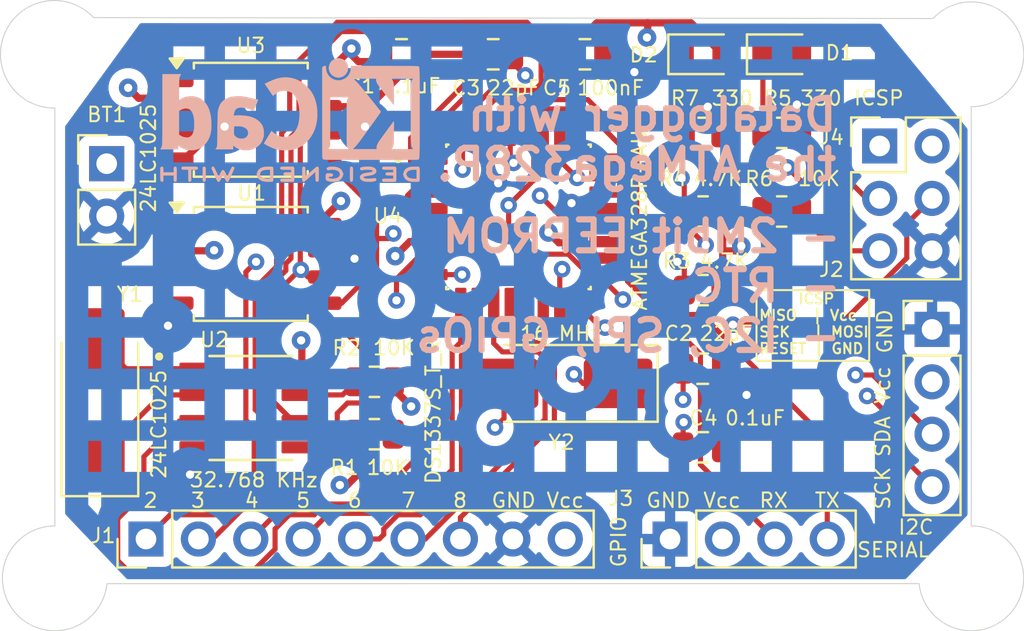
<source format=kicad_pcb>
(kicad_pcb (version 20241229) (generator "pcbnew") (generator_version "9.0")
  (title_block (title "${project_name}") (date "2025-12-03") (rev "-") (comment 1 "2-Layer PCB version"))
  (layers (0 "F.Cu" mixed) (4 "In1.Cu" mixed) (6 "In2.Cu" mixed) (2 "B.Cu" mixed) (13 "F.Paste" user) (15 "B.Paste" user) (5 "F.SilkS" user "F.Silkscreen") (7 "B.SilkS" user "B.Silkscreen") (1 "F.Mask" user) (3 "B.Mask" user) (25 "Edge.Cuts" user))
  (property "project_name" "MCU Datalogger with memory and clock")
  (net 0 "")
  (net 1 "GND")
  (net 2 "/Vcc")
  (net 3 "Net-(U4-PB7)")
  (net 4 "Net-(U4-PB6)")
  (net 5 "Net-(U4-AREF)")
  (net 6 "/SCK")
  (net 7 "Net-(D1-K)")
  (net 8 "Net-(D2-K)")
  (net 9 "/SDA")
  (net 10 "/D5")
  (net 11 "/D6")
  (net 12 "/D2")
  (net 13 "/D8")
  (net 14 "/D4")
  (net 15 "/D3")
  (net 16 "/D7")
  (net 17 "/TX")
  (net 18 "/RX")
  (net 19 "/MOSI")
  (net 20 "/MISO")
  (net 21 "/RESET")
  (net 31 "Net-(U2-~{INTA})")
  (net 32 "Net-(U2-SQW{slash}~INT)")
  (net 33 "Net-(U2-X1)")
  (net 34 "Net-(U2-X2)")
  (footprint "LED_SMD:LED_0805_2012Metric" (layer "F.Cu") (at 162.8925 102.87)
    (property "Reference" "D1")
    (property "Value" "LED" (hide yes))
  )
  (footprint "Crystal:Crystal_SMD_Abracon_ABM3-2Pin_5.0x3.2mm_HandSoldering" (layer "F.Cu") (at 152.1968 118.8212 180)
    (property "Reference" "Y2")
    (property "Value" "16 MHz")
  )
  (footprint "Resistor_SMD:R_0805_2012Metric" (layer "F.Cu") (at 143.1525 118.745 180)
    (property "Reference" "R2")
    (property "Value" "10K")
  )
  (footprint "Capacitor_SMD:C_0805_2012Metric" (layer "F.Cu") (at 159.0625 121.92 180)
    (property "Reference" "C4")
    (property "Value" "0.1uF")
  )
  (footprint "Crystal:Crystal_SMD_Abracon_ABM3-2Pin_5.0x3.2mm_HandSoldering" (layer "F.Cu") (at 129.845 119.6025 90)
    (property "Reference" "Y1")
    (property "Value" "32.768 KHz")
  )
  (footprint "Resistor_SMD:R_0805_2012Metric" (layer "F.Cu") (at 162.8925 106.68 180)
    (property "Reference" "R5")
    (property "Value" "330")
  )
  (footprint "Package_SO:SOIC-8_5.3x5.3mm_P1.27mm" (layer "F.Cu") (at 137.16 106.045)
    (property "Reference" "U3")
    (property "Value" "24LC1025")
  )
  (footprint "Connector_PinHeader_2.54mm:PinHeader_1x04_P2.54mm_Vertical" (layer "F.Cu") (at 157.48 126.365 90)
    (property "Reference" "J3")
    (property "Value" "Conn_01x04_Pin" (hide yes))
  )
  (footprint "Connector_PinHeader_2.54mm:PinHeader_1x04_P2.54mm_Vertical" (layer "F.Cu") (at 170.18 116.205)
    (property "Reference" "J2")
    (property "Value" "Conn_01x04_Pin" (hide yes))
  )
  (footprint "Capacitor_SMD:C_0805_2012Metric" (layer "F.Cu") (at 153.355 102.87)
    (property "Reference" "C5")
    (property "Value" "100nF")
  )
  (footprint "Connector_PinHeader_2.54mm:PinHeader_1x09_P2.54mm_Vertical" (layer "F.Cu") (at 132.08 126.365 90)
    (property "Reference" "J1")
    (property "Value" "Conn_01x09_Pin" (hide yes))
  )
  (footprint "MountingHole:MountingHole_2.1mm" (layer "F.Cu") (at 172.085 128.27)
    (property "Reference" "H4" (hide yes))
    (property "Value" "MountingHole" (hide yes))
  )
  (footprint "Resistor_SMD:R_0805_2012Metric" (layer "F.Cu") (at 143.1525 121.285)
    (property "Reference" "R1")
    (property "Value" "10K")
  )
  (footprint "MountingHole:MountingHole_2.1mm" (layer "F.Cu") (at 127.635 102.87)
    (property "Reference" "H1" (hide yes))
    (property "Value" "MountingHole" (hide yes))
  )
  (footprint "Package_SO:SOIC-8_5.3x5.3mm_P1.27mm" (layer "F.Cu") (at 137.16 113.03)
    (property "Reference" "U1")
    (property "Value" "24LC1025")
  )
  (footprint "MountingHole:MountingHole_2.1mm" (layer "F.Cu") (at 127.635 128.27)
    (property "Reference" "H2" (hide yes))
    (property "Value" "MountingHole" (hide yes))
  )
  (footprint "Connector_PinHeader_2.54mm:PinHeader_2x03_P2.54mm_Vertical" (layer "F.Cu") (at 167.64 107.315)
    (property "Reference" "J4")
    (property "Value" "Conn_02x03_Odd_Even" (hide yes))
  )
  (footprint "Resistor_SMD:R_0805_2012Metric" (layer "F.Cu") (at 159.0825 110.49 180)
    (property "Reference" "R4")
    (property "Value" "4.7K")
  )
  (footprint "Capacitor_SMD:C_0805_2012Metric" (layer "F.Cu") (at 159.0625 118.11 180)
    (property "Reference" "C2")
    (property "Value" "22pF")
  )
  (footprint "LED_SMD:LED_0805_2012Metric" (layer "F.Cu") (at 159.0825 102.87)
    (property "Reference" "D2")
    (property "Value" "LED" (hide yes))
  )
  (footprint "MountingHole:MountingHole_2.1mm" (layer "F.Cu") (at 172.085 102.87)
    (property "Reference" "H3" (hide yes))
    (property "Value" "MountingHole" (hide yes))
  )
  (footprint "Resistor_SMD:R_0805_2012Metric" (layer "F.Cu") (at 162.8925 110.49)
    (property "Reference" "R6")
    (property "Value" "10K")
  )
  (footprint "Resistor_SMD:R_0805_2012Metric" (layer "F.Cu") (at 159.0825 106.68)
    (property "Reference" "R7")
    (property "Value" "330")
  )
  (footprint "Capacitor_SMD:C_0805_2012Metric" (layer "F.Cu") (at 148.91 102.87)
    (property "Reference" "C3")
    (property "Value" "22pF")
  )
  (footprint "ATMEGA328P_AU:QFP80P900X900X120-32N" (layer "F.Cu") (at 150.135 110.75)
    (property "Reference" "U4")
    (property "Value" "ATMEGA328P-AU")
  )
  (footprint "Connector_PinHeader_2.54mm:PinHeader_1x02_P2.54mm_Vertical" (layer "F.Cu") (at 130.175 108.1725)
    (property "Reference" "BT1")
    (property "Value" "Battery" (hide yes))
  )
  (footprint "Resistor_SMD:R_0805_2012Metric" (layer "F.Cu") (at 159.0825 114.3 180)
    (property "Reference" "R3")
    (property "Value" "4.7K")
  )
  (footprint "DS1337S_T_R:SOIC127P600X175-8N" (layer "F.Cu") (at 137.16 120.015)
    (property "Reference" "U2")
    (property "Value" "DS1337S_T_R")
  )
  (footprint "Capacitor_SMD:C_0805_2012Metric" (layer "F.Cu") (at 144.465 102.87)
    (property "Reference" "C1")
    (property "Value" "0.1uF")
  )
  (footprint "Symbol:KiCad-Logo2_5mm_SilkScreen" (layer "B.Cu") (at 139.065 106.045 180)
    (property "Reference" "REF**" (hide yes))
    (property "Value" "KiCad-Logo2_5mm_SilkScreen" (hide yes))
  )
  (gr_rect (start 161.671 114.3) (end 167.132 117.729) (stroke (width 0.1)) (fill no) (layer "F.SilkS"))
  (gr_arc (start 170.228119 101.136903) (mid 174.415634 101.86016) (end 172.079608 105.41) (stroke (width 0.05)) (layer "Edge.Cuts"))
  (gr_line (start 127.661279 105.475695) (end 127.661279 125.73) (stroke (width 0.05)) (layer "Edge.Cuts"))
  (gr_line (start 169.552499 128.52565) (end 130.188167 128.527742) (stroke (width 0.05)) (layer "Edge.Cuts"))
  (gr_line (start 172.079608 105.41) (end 172.079608 125.73) (stroke (width 0.05)) (layer "Edge.Cuts"))
  (gr_arc (start 127.661279 105.475695) (mid 125.239865 101.843518) (end 129.54 101.091992) (stroke (width 0.05)) (layer "Edge.Cuts"))
  (gr_line (start 170.228119 101.136904) (end 129.54 101.091992) (stroke (width 0.05)) (layer "Edge.Cuts"))
  (gr_arc (start 130.188167 128.527752) (mid 125.7763 129.972485) (end 127.661279 125.73) (stroke (width 0.05)) (layer "Edge.Cuts"))
  (gr_arc (start 172.079608 125.73) (mid 173.963879 129.973269) (end 169.552506 128.52565) (stroke (width 0.05)) (layer "Edge.Cuts"))
  (gr_text "Vcc" (at 168.2 118.9 90) (layer "F.SilkS") (effects (font (size 0.7 0.7) (thickness 0.1)) (justify bottom)))
  (gr_text "3" (at 134.6 124.9 0) (layer "F.SilkS") (effects (font (size 0.7 0.7) (thickness 0.1)) (justify bottom)))
  (gr_text "GPIO" (at 155.4 126.5 90) (layer "F.SilkS") (effects (font (size 0.7 0.7) (thickness 0.1)) (justify bottom)))
  (gr_text "8" (at 147.3 124.9 0) (layer "F.SilkS") (effects (font (size 0.7 0.7) (thickness 0.1)) (justify bottom)))
  (gr_text "SCK" (at 168.2 123.9 90) (layer "F.SilkS") (effects (font (size 0.7 0.7) (thickness 0.1)) (justify bottom)))
  (gr_text "     ICSP\nMISO  | Vcc\nSCK   | MOSI\nRESET | GND" (at 161.746 117.427 0) (layer "F.SilkS") (effects (font (size 0.5 0.5) (thickness 0.1) (bold yes)) (justify left bottom)))
  (gr_text "GND" (at 157.4 124.9 0) (layer "F.SilkS") (effects (font (size 0.7 0.7) (thickness 0.1)) (justify bottom)))
  (gr_text "I2C" (at 169.4 126.2 0) (layer "F.SilkS") (effects (font (size 0.7 0.7) (thickness 0.1)) (justify bottom)))
  (gr_text "4" (at 137.2 124.9 0) (layer "F.SilkS") (effects (font (size 0.7 0.7) (thickness 0.1)) (justify bottom)))
  (gr_text "GND" (at 168.3 116.3 90) (layer "F.SilkS") (effects (font (size 0.7 0.7) (thickness 0.1)) (justify bottom)))
  (gr_text "SERIAL" (at 168.3 127.3 0) (layer "F.SilkS") (effects (font (size 0.7 0.7) (thickness 0.1)) (justify bottom)))
  (gr_text "ICSP" (at 167.6 105.4 0) (layer "F.SilkS") (effects (font (size 0.7 0.7) (thickness 0.1)) (justify bottom)))
  (gr_text "GND" (at 149.9 124.9 0) (layer "F.SilkS") (effects (font (size 0.7 0.7) (thickness 0.1)) (justify bottom)))
  (gr_text "5" (at 139.7 124.9 0) (layer "F.SilkS") (effects (font (size 0.7 0.7) (thickness 0.1)) (justify bottom)))
  (gr_text "6" (at 142.2 124.9 0) (layer "F.SilkS") (effects (font (size 0.7 0.7) (thickness 0.1)) (justify bottom)))
  (gr_text "7" (at 144.8 124.9 0) (layer "F.SilkS") (effects (font (size 0.7 0.7) (thickness 0.1)) (justify bottom)))
  (gr_text "SDA" (at 168.2 121.4 90) (layer "F.SilkS") (effects (font (size 0.7 0.7) (thickness 0.1)) (justify bottom)))
  (gr_text "RX" (at 162.5 124.9 0) (layer "F.SilkS") (effects (font (size 0.7 0.7) (thickness 0.1)) (justify bottom)))
  (gr_text "Vcc" (at 160 124.9 0) (layer "F.SilkS") (effects (font (size 0.7 0.7) (thickness 0.1)) (justify bottom)))
  (gr_text "Vcc" (at 152.4 124.9 0) (layer "F.SilkS") (effects (font (size 0.7 0.7) (thickness 0.1)) (justify bottom)))
  (gr_text "TX" (at 165.1 124.9 0) (layer "F.SilkS") (effects (font (size 0.7 0.7) (thickness 0.1)) (justify bottom)))
  (gr_text "2" (at 132.3 124.9 0) (layer "F.SilkS") (effects (font (size 0.7 0.7) (thickness 0.1)) (justify bottom)))
  (gr_text "Datalogger with\nthe ATMega328P." (at 165.7 109.1 0) (layer "B.SilkS") (effects (font (size 1.5 1.5) (thickness 0.3) (bold yes)) (justify left bottom mirror)))
  (gr_text "- 2Mbit EEPROM\n- RTC\n- I2C, SPI, GPIOs" (at 165.9 117.4 0) (layer "B.SilkS") (effects (font (size 1.5 1.5) (thickness 0.3) (bold yes)) (justify left bottom mirror)))
  (segment (start 144.804 110.763088) (end 144.804 109.738912) (width 0.35) (layer "F.Cu") (net 1))
  (segment (start 160.0125 119.5) (end 160.0125 120) (width 0.35) (layer "F.Cu") (net 1))
  (segment (start 134.811 107.090768) (end 134.811 106.4) (width 0.35) (layer "F.Cu") (net 1))
  (segment (start 134.685 122.7694) (end 134.2136 123.2408) (width 0.35) (layer "F.Cu") (net 1))
  (segment (start 134.811 105.836001) (end 134.384999 105.41) (width 0.35) (layer "F.Cu") (net 1))
  (segment (start 134.811 106.4) (end 135.8652 106.4) (width 0.35) (layer "F.Cu") (net 1))
  (segment (start 140.7475 112.395) (end 141.8082 112.395) (width 0.35) (layer "F.Cu") (net 1))
  (segment (start 154.305 102.87) (end 154.8892 102.87) (width 0.35) (layer "F.Cu") (net 1))
  (segment (start 144.992912 109.55) (end 145.965 109.55) (width 0.35) (layer "F.Cu") (net 1))
  (segment (start 154.8892 102.87) (end 155.7528 103.7336) (width 0.35) (layer "F.Cu") (net 1))
  (segment (start 133.5725 115.6015) (end 133.1468 116.0272) (width 0.35) (layer "F.Cu") (net 1))
  (segment (start 144.804 109.738912) (end 144.992912 109.55) (width 0.35) (layer "F.Cu") (net 1))
  (segment (start 133.951768 107.95) (end 134.811 107.090768) (width 0.35) (layer "F.Cu") (net 1))
  (segment (start 160.0125 119.5) (end 161.0684 119.5) (width 0.35) (layer "F.Cu") (net 1))
  (segment (start 145.965 111.15) (end 145.190912 111.15) (width 0.35) (layer "F.Cu") (net 1))
  (segment (start 142.875 105.41) (end 142.875 106.1974) (width 0.35) (layer "F.Cu") (net 1))
  (segment (start 163.805 105.4866) (end 163.6268 105.3084) (width 0.35) (layer "F.Cu") (net 1))
  (segment (start 134.685 121.92) (end 134.685 122.7694) (width 0.35) (layer "F.Cu") (net 1))
  (segment (start 145.965 109.55) (end 148.7172 109.55) (width 0.35) (layer "F.Cu") (net 1))
  (segment (start 135.8652 106.4) (end 135.89 106.3752) (width 0.35) (layer "F.Cu") (net 1))
  (segment (start 159.995 106.68) (end 159.995 106.0962) (width 0.35) (layer "F.Cu") (net 1))
  (segment (start 154.305 110.35) (end 152.9712 110.35) (width 0.35) (layer "F.Cu") (net 1))
  (segment (start 133.5725 114.935) (end 133.5725 115.6015) (width 0.35) (layer "F.Cu") (net 1))
  (segment (start 145.190912 111.15) (end 144.804 110.763088) (width 0.35) (layer "F.Cu") (net 1))
  (segment (start 134.384999 105.41) (end 133.5725 105.41) (width 0.35) (layer "F.Cu") (net 1))
  (segment (start 159.995 106.0962) (end 159.3088 105.41) (width 0.35) (layer "F.Cu") (net 1))
  (segment (start 163.805 106.68) (end 163.805 105.4866) (width 0.35) (layer "F.Cu") (net 1))
  (segment (start 140.7475 105.41) (end 142.875 105.41) (width 0.35) (layer "F.Cu") (net 1))
  (segment (start 133.5725 107.95) (end 133.951768 107.95) (width 0.35) (layer "F.Cu") (net 1))
  (segment (start 134.811 106.4) (end 134.811 105.836001) (width 0.35) (layer "F.Cu") (net 1))
  (segment (start 148.7172 109.55) (end 149.1488 109.1184) (width 0.35) (layer "F.Cu") (net 1))
  (segment (start 161.0684 119.5) (end 161.1884 119.38) (width 0.35) (layer "F.Cu") (net 1))
  (segment (start 160.0125 120) (end 160.0125 121.92) (width 0.35) (layer "F.Cu") (net 1))
  (segment (start 160.0125 118.11) (end 160.0125 119.5) (width 0.35) (layer "F.Cu") (net 1))
  (segment (start 141.8082 112.395) (end 142.1892 112.776) (width 0.35) (layer "F.Cu") (net 1))
  (segment (start 152.9712 110.35) (end 152.7048 110.0836) (width 0.35) (layer "F.Cu") (net 1))
  (segment (start 142.875 105.41) (end 145.415 102.87) (width 0.35) (layer "F.Cu") (net 1))
  (segment (start 142.875 106.1974) (end 142.6972 106.3752) (width 0.35) (layer "F.Cu") (net 1))
  (segment (start 145.415 102.87) (end 147.96 102.87) (width 0.35) (layer "F.Cu") (net 1))
  (via (at 149.1488 109.1184) (size 0.9) (drill 0.4) (layers "F.Cu" "B.Cu") (net 1))
  (via (at 142.1892 112.776) (size 0.9) (drill 0.4) (layers "F.Cu" "B.Cu") (net 1))
  (via (at 142.6972 106.3752) (size 0.9) (drill 0.4) (layers "F.Cu" "B.Cu") (net 1))
  (via (at 161.1884 119.38) (size 0.9) (drill 0.4) (layers "F.Cu" "B.Cu") (net 1))
  (via (at 133.1468 116.0272) (size 0.9) (drill 0.4) (layers "F.Cu" "B.Cu") (net 1))
  (via (at 152.7048 110.0836) (size 0.9) (drill 0.4) (layers "F.Cu" "B.Cu") (net 1))
  (via (at 135.89 106.3752) (size 0.9) (drill 0.4) (layers "F.Cu" "B.Cu") (net 1))
  (via (at 134.2136 123.2408) (size 0.9) (drill 0.4) (layers "F.Cu" "B.Cu") (net 1))
  (via (at 155.7528 103.7336) (size 0.9) (drill 0.4) (layers "F.Cu" "B.Cu") (net 1))
  (via (at 159.3088 105.41) (size 0.9) (drill 0.4) (layers "F.Cu" "B.Cu") (net 1))
  (via (at 163.6268 105.3084) (size 0.9) (drill 0.4) (layers "F.Cu" "B.Cu") (net 1))
  (segment (start 160.0332 114.2618) (end 160.0332 112.4) (width 0.35) (layer "F.Cu") (net 2))
  (segment (start 139.635 118.11) (end 139.635 116.775) (width 0.35) (layer "F.Cu") (net 2))
  (segment (start 159.995 114.3) (end 160.0332 114.2618) (width 0.35) (layer "F.Cu") (net 2))
  (segment (start 153.929 101.346) (end 152.405 102.87) (width 0.35) (layer "F.Cu") (net 2))
  (segment (start 140.7475 110.7633) (end 141.5288 109.982) (width 0.35) (layer "F.Cu") (net 2))
  (segment (start 160.02 102.87) (end 158.496 101.346) (width 0.35) (layer "F.Cu") (net 2))
  (segment (start 142.0175 102.87) (end 142.0175 102.6133) (width 0.35) (layer "F.Cu") (net 2))
  (segment (start 144.065 119.0714) (end 144.9324 119.9388) (width 0.35) (layer "F.Cu") (net 2))
  (segment (start 160.0332 112.4) (end 160.0332 110.5282) (width 0.35) (layer "F.Cu") (net 2))
  (segment (start 156.4 102.0196) (end 156.3624 102.0572) (width 0.35) (layer "F.Cu") (net 2))
  (segment (start 160.0332 112.4) (end 160.7008 112.4) (width 0.35) (layer "F.Cu") (net 2))
  (segment (start 161.98 110.49) (end 159.995 110.49) (width 0.35) (layer "F.Cu") (net 2))
  (segment (start 133.5725 111.125) (end 133.5725 112.395) (width 0.35) (layer "F.Cu") (net 2))
  (segment (start 141.8336 123.7488) (end 141.478 123.7488) (width 0.35) (layer "F.Cu") (net 2))
  (segment (start 142.0175 102.6133) (end 142.0368 102.594) (width 0.35) (layer "F.Cu") (net 2))
  (segment (start 156.4 101.346) (end 156.4 102.0196) (width 0.35) (layer "F.Cu") (net 2))
  (segment (start 142.3731 103.2256) (end 142.0175 102.87) (width 0.35) (layer "F.Cu") (net 2))
  (segment (start 132.334 104.566001) (end 132.760001 104.14) (width 0.35) (layer "F.Cu") (net 2))
  (segment (start 132.334 105) (end 132.334 104.566001) (width 0.35) (layer "F.Cu") (net 2))
  (segment (start 153.519552 112.75) (end 154.305 112.75) (width 0.35) (layer "F.Cu") (net 2))
  (segment (start 140.7475 111.125) (end 140.7475 110.7633) (width 0.35) (layer "F.Cu") (net 2))
  (segment (start 142.24 121.285) (end 142.5448 121.5898) (width 0.35) (layer "F.Cu") (net 2))
  (segment (start 140.7475 103.8833) (end 142.0368 102.594) (width 0.35) (layer "F.Cu") (net 2))
  (segment (start 141.0716 104.14) (end 140.7475 104.14) (width 0.35) (layer "F.Cu") (net 2))
  (segment (start 152.776552 112.007) (end 153.519552 112.75) (width 0.35) (layer "F.Cu") (net 2))
  (segment (start 160.0332 110.5282) (end 159.995 110.49) (width 0.35) (layer "F.Cu") (net 2))
  (segment (start 144.863273 111.95) (end 144.160283 112.65299) (width 0.35) (layer "F.Cu") (net 2))
  (segment (start 143.515 102.87) (end 143.1594 103.2256) (width 0.35) (layer "F.Cu") (net 2))
  (segment (start 132.334 105.820768) (end 132.334 105) (width 0.35) (layer "F.Cu") (net 2))
  (segment (start 140.7475 104.14) (end 140.7475 103.8833) (width 0.35) (layer "F.Cu") (net 2))
  (segment (start 133.5725 112.395) (end 135.3566 112.395) (width 0.35) (layer "F.Cu") (net 2))
  (segment (start 152.0882 112.007) (end 152.776552 112.007) (width 0.35) (layer "F.Cu") (net 2))
  (segment (start 160.02 102.87) (end 160.02 102.387736) (width 0.35) (layer "F.Cu") (net 2))
  (segment (start 132.334 105) (end 131.7208 105) (width 0.35) (layer "F.Cu") (net 2))
  (segment (start 131.7208 105) (end 131.2164 104.4956) (width 0.35) (layer "F.Cu") (net 2))
  (segment (start 142.5448 121.5898) (end 142.5448 123.0376) (width 0.35) (layer "F.Cu") (net 2))
  (segment (start 143.1594 103.2256) (end 142.3731 103.2256) (width 0.35) (layer "F.Cu") (net 2))
  (segment (start 156.4 101.346) (end 153.929 101.346) (width 0.35) (layer "F.Cu") (net 2))
  (segment (start 151.5872 111.506) (end 152.0882 112.007) (width 0.35) (layer "F.Cu") (net 2))
  (segment (start 160.7008 112.4) (end 160.9344 112.1664) (width 0.35) (layer "F.Cu") (net 2))
  (segment (start 142.5448 123.0376) (end 141.8336 123.7488) (width 0.35) (layer "F.Cu") (net 2))
  (segment (start 132.760001 104.14) (end 133.5725 104.14) (width 0.35) (layer "F.Cu") (net 2))
  (segment (start 133.5725 112.395) (end 133.5725 113.665) (width 0.35) (layer "F.Cu") (net 2))
  (segment (start 133.193232 106.68) (end 132.334 105.820768) (width 0.35) (layer "F.Cu") (net 2))
  (segment (start 135.3566 112.395) (end 135.382 112.3696) (width 0.35) (layer "F.Cu") (net 2))
  (segment (start 139.635 116.775) (end 139.5984 116.7384) (width 0.35) (layer "F.Cu") (net 2))
  (segment (start 158.496 101.346) (end 156.4 101.346) (width 0.35) (layer "F.Cu") (net 2))
  (segment (start 145.965 111.95) (end 144.863273 111.95) (width 0.35) (layer "F.Cu") (net 2))
  (segment (start 144.065 118.745) (end 144.065 119.0714) (width 0.35) (layer "F.Cu") (net 2))
  (segment (start 133.5725 106.68) (end 133.193232 106.68) (width 0.35) (layer "F.Cu") (net 2))
  (via (at 139.5984 116.7384) (size 0.9) (drill 0.4) (layers "F.Cu" "B.Cu") (net 2))
  (via (at 160.9344 112.1664) (size 0.9) (drill 0.4) (layers "F.Cu" "B.Cu") (net 2))
  (via (at 131.2164 104.4956) (size 0.9) (drill 0.4) (layers "F.Cu" "B.Cu") (net 2))
  (via (at 142.0368 102.594) (size 0.9) (drill 0.4) (layers "F.Cu" "B.Cu") (net 2))
  (via (at 144.9324 119.9388) (size 0.9) (drill 0.4) (layers "F.Cu" "B.Cu") (net 2))
  (via (at 144.160283 112.65299) (size 0.9) (drill 0.4) (layers "F.Cu" "B.Cu") (net 2))
  (via (at 156.3624 102.0572) (size 0.9) (drill 0.4) (layers "F.Cu" "B.Cu") (net 2))
  (via (at 151.5872 111.506) (size 0.9) (drill 0.4) (layers "F.Cu" "B.Cu") (net 2))
  (via (at 141.5288 109.982) (size 0.9) (drill 0.4) (layers "F.Cu" "B.Cu") (net 2))
  (via (at 141.478 123.7488) (size 0.9) (drill 0.4) (layers "F.Cu" "B.Cu") (net 2))
  (via (at 135.382 112.3696) (size 0.9) (drill 0.4) (layers "F.Cu" "B.Cu") (net 2))
  (segment (start 149.86 102.87) (end 149.86 103.287053) (width 0.25) (layer "F.Cu") (net 3))
  (segment (start 149.86 103.287053) (end 150.464947 103.892) (width 0.25) (layer "F.Cu") (net 3))
  (segment (start 147.4 113.55) (end 145.965 113.55) (width 0.25) (layer "F.Cu") (net 3))
  (segment (start 153.2636 118.8212) (end 154.9593 118.8212) (width 0.25) (layer "F.Cu") (net 3))
  (segment (start 152.8212 118.3788) (end 153.2636 118.8212) (width 0.25) (layer "F.Cu") (net 3))
  (via (at 150.464947 103.892) (size 0.8) (drill 0.4) (layers "F.Cu" "B.Cu") (net 3))
  (via (at 147.4 113.55) (size 0.8) (drill 0.4) (layers "F.Cu" "B.Cu") (net 3))
  (via (at 152.8212 118.3788) (size 0.8) (drill 0.4) (layers "F.Cu" "B.Cu") (net 3))
  (segment (start 149.4343 118.8212) (end 149.4343 120.5169) (width 0.25) (layer "F.Cu") (net 4))
  (segment (start 145.23 112.75) (end 144.2212 113.7588) (width 0.25) (layer "F.Cu") (net 4))
  (segment (start 145.965 112.75) (end 145.23 112.75) (width 0.25) (layer "F.Cu") (net 4))
  (segment (start 149.4343 120.5169) (end 148.9964 120.9548) (width 0.25) (layer "F.Cu") (net 4))
  (segment (start 158.1125 119.6111) (end 158.1125 118.11) (width 0.25) (layer "F.Cu") (net 4))
  (segment (start 144.2212 113.7588) (end 144.2212 114.8) (width 0.25) (layer "F.Cu") (net 4))
  (via (at 148.9964 120.9548) (size 0.8) (drill 0.4) (layers "F.Cu" "B.Cu") (net 4))
  (via (at 144.2212 114.8) (size 0.8) (drill 0.4) (layers "F.Cu" "B.Cu") (net 4))
  (via (at 158.1125 119.6111) (size 0.8) (drill 0.4) (layers "F.Cu" "B.Cu") (net 4))
  (segment (start 158.1125 120.7287) (end 158.1404 120.7008) (width 0.25) (layer "F.Cu") (net 5))
  (segment (start 154.305 111.15) (end 152.6028 111.15) (width 0.25) (layer "F.Cu") (net 5))
  (segment (start 152.6028 111.15) (end 151.1808 109.728) (width 0.25) (layer "F.Cu") (net 5))
  (segment (start 158.1125 121.92) (end 158.1125 120.7287) (width 0.25) (layer "F.Cu") (net 5))
  (via (at 151.1808 109.728) (size 0.8) (drill 0.4) (layers "F.Cu" "B.Cu") (net 5))
  (via (at 158.1404 120.7008) (size 0.8) (drill 0.4) (layers "F.Cu" "B.Cu") (net 5))
  (segment (start 150.876 108.966) (end 149.6568 110.1852) (width 0.25) (layer "F.Cu") (net 6))
  (segment (start 138.274 114.573999) (end 139.559 113.288999) (width 0.25) (layer "F.Cu") (net 6))
  (segment (start 167.005 109.855) (end 167.64 109.855) (width 0.25) (layer "F.Cu") (net 6))
  (segment (start 139.559 107.056001) (end 139.559 113.288999) (width 0.25) (layer "F.Cu") (net 6))
  (segment (start 165.7096 108.5596) (end 167.005 109.855) (width 0.25) (layer "F.Cu") (net 6))
  (segment (start 170.18 123.825) (end 168.5036 122.1486) (width 0.25) (layer "F.Cu") (net 6))
  (segment (start 158.17 113.2628) (end 157.8356 112.9284) (width 0.25) (layer "F.Cu") (net 6))
  (segment (start 167.132 119.4308) (end 167.0304 119.4308) (width 0.25) (layer "F.Cu") (net 6))
  (segment (start 158.17 114.3) (end 158.17 113.2628) (width 0.25) (layer "F.Cu") (net 6))
  (segment (start 138.274 119.718876) (end 138.274 114.573999) (width 0.25) (layer "F.Cu") (net 6))
  (segment (start 139.585 113.315) (end 139.935001 113.665) (width 0.25) (layer "F.Cu") (net 6))
  (segment (start 140.7475 106.68) (end 139.935001 106.68) (width 0.25) (layer "F.Cu") (net 6))
  (segment (start 168.5036 122.1486) (end 168.5036 120.8024) (width 0.25) (layer "F.Cu") (net 6))
  (segment (start 139.635 120.65) (end 139.205124 120.65) (width 0.25) (layer "F.Cu") (net 6))
  (segment (start 153.54032 113.55) (end 152.54832 112.558) (width 0.25) (layer "F.Cu") (net 6))
  (segment (start 154.305 113.8682) (end 155.194 114.7572) (width 0.25) (layer "F.Cu") (net 6))
  (segment (start 150.876 107.553666) (end 150.876 108.966) (width 0.25) (layer "F.Cu") (net 6))
  (segment (start 139.935001 113.665) (end 140.7475 113.665) (width 0.25) (layer "F.Cu") (net 6))
  (segment (start 168.5036 120.8024) (end 167.132 119.4308) (width 0.25) (layer "F.Cu") (net 6))
  (segment (start 149.6568 111.4552) (end 149.6568 110.1852) (width 0.25) (layer "F.Cu") (net 6))
  (segment (start 139.559 113.288999) (end 139.585 113.315) (width 0.25) (layer "F.Cu") (net 6))
  (segment (start 154.305 113.55) (end 154.305 113.8682) (width 0.25) (layer "F.Cu") (net 6))
  (segment (start 139.205124 120.65) (end 138.274 119.718876) (width 0.25) (layer "F.Cu") (net 6))
  (segment (start 152.54832 112.558) (end 150.7596 112.558) (width 0.25) (layer "F.Cu") (net 6))
  (segment (start 165.7096 104.7496) (end 165.7096 108.5596) (width 0.25) (layer "F.Cu") (net 6))
  (segment (start 139.935001 106.68) (end 139.559 107.056001) (width 0.25) (layer "F.Cu") (net 6))
  (segment (start 150.535 107.212666) (end 150.876 107.553666) (width 0.25) (layer "F.Cu") (net 6))
  (segment (start 150.7596 112.558) (end 149.6568 111.4552) (width 0.25) (layer "F.Cu") (net 6))
  (segment (start 163.83 102.87) (end 165.7096 104.7496) (width 0.25) (layer "F.Cu") (net 6))
  (segment (start 150.535 106.58) (end 150.535 107.212666) (width 0.25) (layer "F.Cu") (net 6))
  (segment (start 154.305 113.55) (end 153.54032 113.55) (width 0.25) (layer "F.Cu") (net 6))
  (via (at 149.6568 110.1852) (size 0.8) (drill 0.4) (layers "F.Cu" "B.Cu") (net 6))
  (via (at 155.194 114.7572) (size 0.8) (drill 0.4) (layers "F.Cu" "B.Cu") (net 6))
  (via (at 139.585 113.315) (size 0.8) (drill 0.4) (layers "F.Cu" "B.Cu") (net 6))
  (via (at 157.8356 112.9284) (size 0.8) (drill 0.4) (layers "F.Cu" "B.Cu") (net 6))
  (via (at 167.0304 119.4308) (size 0.8) (drill 0.4) (layers "F.Cu" "B.Cu") (net 6))
  (segment (start 161.98 106.68) (end 161.98 102.895) (width 0.25) (layer "F.Cu") (net 7))
  (segment (start 161.98 102.895) (end 161.955 102.87) (width 0.25) (layer "F.Cu") (net 7))
  (segment (start 158.145 102.87) (end 158.145 106.655) (width 0.25) (layer "F.Cu") (net 8))
  (segment (start 158.145 106.655) (end 158.17 106.68) (width 0.25) (layer "F.Cu") (net 8))
  (segment (start 151.3332 106.5818) (end 151.335 106.58) (width 0.25) (layer "F.Cu") (net 9))
  (segment (start 141.3515 120.27131) (end 141.3515 121.1885) (width 0.25) (layer "F.Cu") (net 9))
  (segment (start 140.7475 114.935) (end 140.7475 115.3475) (width 0.25) (layer "F.Cu") (net 9))
  (segment (start 167.3098 118.4148) (end 166.4716 118.4148) (width 0.25) (layer "F.Cu") (net 9))
  (segment (start 170.18 121.285) (end 167.3098 118.4148) (width 0.25) (layer "F.Cu") (net 9))
  (segment (start 143.0785 117.6785) (end 143.0785 119.440514) (width 0.25) (layer "F.Cu") (net 9))
  (segment (start 143.0785 119.440514) (end 142.748014 119.771) (width 0.25) (layer "F.Cu") (net 9))
  (segment (start 143.256 110.4585) (end 140.7475 107.95) (width 0.25) (layer "F.Cu") (net 9))
  (segment (start 141.3515 121.1885) (end 140.62 121.92) (width 0.25) (layer "F.Cu") (net 9))
  (segment (start 152.97 108.860279) (end 151.3332 107.223479) (width 0.25) (layer "F.Cu") (net 9))
  (segment (start 158.17 110.49) (end 158.17 111.0784) (width 0.25) (layer "F.Cu") (net 9))
  (segment (start 151.3332 107.223479) (end 151.3332 106.5818) (width 0.25) (layer "F.Cu") (net 9))
  (segment (start 142.748014 119.771) (end 141.85181 119.771) (width 0.25) (layer "F.Cu") (net 9))
  (segment (start 140.7475 115.3475) (end 143.0785 117.6785) (width 0.25) (layer "F.Cu") (net 9))
  (segment (start 141.559999 114.935) (end 143.256 113.238999) (width 0.25) (layer "F.Cu") (net 9))
  (segment (start 158.17 108.9956) (end 158.0388 108.8644) (width 0.25) (layer "F.Cu") (net 9))
  (segment (start 143.256 111.8) (end 143.256 110.4585) (width 0.25) (layer "F.Cu") (net 9))
  (segment (start 141.85181 119.771) (end 141.3515 120.27131) (width 0.25) (layer "F.Cu") (net 9))
  (segment (start 143.256 113.238999) (end 143.256 111.8) (width 0.25) (layer "F.Cu") (net 9))
  (segment (start 158.17 111.0784) (end 159.2072 112.1156) (width 0.25) (layer "F.Cu") (net 9))
  (segment (start 158.17 110.49) (end 158.17 108.9956) (width 0.25) (layer "F.Cu") (net 9))
  (segment (start 143.8256 111.8) (end 144.0688 111.5568) (width 0.25) (layer "F.Cu") (net 9))
  (segment (start 143.256 111.8) (end 143.8256 111.8) (width 0.25) (layer "F.Cu") (net 9))
  (segment (start 140.7475 114.935) (end 141.559999 114.935) (width 0.25) (layer "F.Cu") (net 9))
  (segment (start 140.62 121.92) (end 139.635 121.92) (width 0.25) (layer "F.Cu") (net 9))
  (via (at 166.4716 118.4148) (size 0.8) (drill 0.4) (layers "F.Cu" "B.Cu") (net 9))
  (via (at 144.0688 111.5568) (size 0.8) (drill 0.4) (layers "F.Cu" "B.Cu") (net 9))
  (via (at 152.97 108.860279) (size 0.8) (drill 0.4) (layers "F.Cu" "B.Cu") (net 9))
  (via (at 158.0388 108.8644) (size 0.8) (drill 0.4) (layers "F.Cu" "B.Cu") (net 9))
  (via (at 159.2072 112.1156) (size 0.8) (drill 0.4) (layers "F.Cu" "B.Cu") (net 9))
  (segment (start 147.335 116.825) (end 147.335 114.92) (width 0.25) (layer "F.Cu") (net 10))
  (segment (start 144.106074 124.738) (end 145.18499 124.738) (width 0.25) (layer "F.Cu") (net 10))
  (segment (start 140.9446 125.1204) (end 139.7 126.365) (width 0.25) (layer "F.Cu") (net 10))
  (segment (start 146.9198 123.00319) (end 146.9198 117.2402) (width 0.25) (layer "F.Cu") (net 10))
  (segment (start 146.9198 117.2402) (end 147.335 116.825) (width 0.25) (layer "F.Cu") (net 10))
  (segment (start 143.723674 125.1204) (end 144.106074 124.738) (width 0.25) (layer "F.Cu") (net 10))
  (segment (start 145.18499 124.738) (end 146.9198 123.00319) (width 0.25) (layer "F.Cu") (net 10))
  (segment (start 140.9446 125.1204) (end 143.723674 125.1204) (width 0.25) (layer "F.Cu") (net 10))
  (segment (start 145.3718 125.189) (end 144.292884 125.189) (width 0.25) (layer "F.Cu") (net 11))
  (segment (start 148.135 114.92) (end 148.135 116.697014) (width 0.25) (layer "F.Cu") (net 11))
  (segment (start 148.135 116.697014) (end 147.3708 117.461214) (width 0.25) (layer "F.Cu") (net 11))
  (segment (start 143.604 126.144) (end 143.383 126.365) (width 0.25) (layer "F.Cu") (net 11))
  (segment (start 147.3708 117.461214) (end 147.3708 123.19) (width 0.25) (layer "F.Cu") (net 11))
  (segment (start 143.604 125.877884) (end 143.604 126.144) (width 0.25) (layer "F.Cu") (net 11))
  (segment (start 144.292884 125.189) (end 143.604 125.877884) (width 0.25) (layer "F.Cu") (net 11))
  (segment (start 143.383 126.365) (end 142.24 126.365) (width 0.25) (layer "F.Cu") (net 11))
  (segment (start 147.3708 123.19) (end 145.3718 125.189) (width 0.25) (layer "F.Cu") (net 11))
  (segment (start 137.3248 121.0056) (end 136.921 120.6018) (width 0.25) (layer "F.Cu") (net 12))
  (segment (start 147.4216 106.6666) (end 147.335 106.58) (width 0.25) (layer "F.Cu") (net 12))
  (segment (start 135.5522 125.189) (end 135.5852 125.222) (width 0.25) (layer "F.Cu") (net 12))
  (segment (start 137.3248 123.4824) (end 137.3248 121.0056) (width 0.25) (layer "F.Cu") (net 12))
  (segment (start 147.4216 108.458) (end 147.4216 106.6666) (width 0.25) (layer "F.Cu") (net 12))
  (segment (start 135.5852 125.222) (end 137.3248 123.4824) (width 0.25) (layer "F.Cu") (net 12))
  (segment (start 132.08 126.365) (end 133.256 125.189) (width 0.25) (layer "F.Cu") (net 12))
  (segment (start 136.921 120.6018) (end 136.921 113.4214) (width 0.25) (layer "F.Cu") (net 12))
  (segment (start 136.921 113.4214) (end 137.414 112.9284) (width 0.25) (layer "F.Cu") (net 12))
  (segment (start 133.256 125.189) (end 135.5522 125.189) (width 0.25) (layer "F.Cu") (net 12))
  (via (at 137.414 112.9284) (size 0.8) (drill 0.4) (layers "F.Cu" "B.Cu") (net 12))
  (via (at 147.4216 108.458) (size 0.8) (drill 0.4) (layers "F.Cu" "B.Cu") (net 12))
  (segment (start 151.279124 116.8442) (end 151.8738 117.438876) (width 0.25) (layer "F.Cu") (net 13))
  (segment (start 151.8738 117.438876) (end 151.8738 120.7698) (width 0.25) (layer "F.Cu") (net 13))
  (segment (start 147.32 125.3236) (end 147.32 126.365) (width 0.25) (layer "F.Cu") (net 13))
  (segment (start 151.8738 120.7698) (end 147.32 125.3236) (width 0.25) (layer "F.Cu") (net 13))
  (segment (start 149.735 115.655) (end 150.9242 116.8442) (width 0.25) (layer "F.Cu") (net 13))
  (segment (start 150.9242 116.8442) (end 151.279124 116.8442) (width 0.25) (layer "F.Cu") (net 13))
  (segment (start 149.735 114.92) (end 149.735 115.655) (width 0.25) (layer "F.Cu") (net 13))
  (segment (start 138.859 113.01428) (end 139.108 112.76528) (width 0.25) (layer "F.Cu") (net 14))
  (segment (start 145.23 108.75) (end 145.965 108.75) (width 0.25) (layer "F.Cu") (net 14))
  (segment (start 148.476226 101.769) (end 148.836 102.128774) (width 0.25) (layer "F.Cu") (net 14))
  (segment (start 137.16 126.365) (end 138.2268 125.2982) (width 0.25) (layer "F.Cu") (net 14))
  (segment (start 148.836 103.611226) (end 148.476226 103.971) (width 0.25) (layer "F.Cu") (net 14))
  (segment (start 137.823 114.387189) (end 138.859 113.351189) (width 0.25) (layer "F.Cu") (net 14))
  (segment (start 148.836 102.128774) (end 148.836 103.611226) (width 0.25) (layer "F.Cu") (net 14))
  (segment (start 139.108 106.869191) (end 139.4968 106.480391) (width 0.25) (layer "F.Cu") (net 14))
  (segment (start 144.904 108.424) (end 145.23 108.75) (width 0.25) (layer "F.Cu") (net 14))
  (segment (start 144.904 106.940524) (end 144.904 108.424) (width 0.25) (layer "F.Cu") (net 14))
  (segment (start 137.823 119.905686) (end 137.823 114.387189) (width 0.25) (layer "F.Cu") (net 14))
  (segment (start 147.873524 103.971) (end 144.904 106.940524) (width 0.25) (layer "F.Cu") (net 14))
  (segment (start 139.4968 106.480391) (end 139.4968 103.812144) (width 0.25) (layer "F.Cu") (net 14))
  (segment (start 148.476226 103.971) (end 147.873524 103.971) (width 0.25) (layer "F.Cu") (net 14))
  (segment (start 141.539944 101.769) (end 148.476226 101.769) (width 0.25) (layer "F.Cu") (net 14))
  (segment (start 139.108 112.76528) (end 139.108 106.869191) (width 0.25) (layer "F.Cu") (net 14))
  (segment (start 139.4968 103.812144) (end 141.539944 101.769) (width 0.25) (layer "F.Cu") (net 14))
  (segment (start 138.859 113.351189) (end 138.859 113.01428) (width 0.25) (layer "F.Cu") (net 14))
  (segment (start 138.2268 120.309486) (end 137.823 119.905686) (width 0.25) (layer "F.Cu") (net 14))
  (segment (start 138.2268 125.2982) (end 138.2268 120.309486) (width 0.25) (layer "F.Cu") (net 14))
  (segment (start 151.2316 104.2924) (end 150.907 104.617) (width 0.25) (layer "F.Cu") (net 15))
  (segment (start 134.62 126.365) (end 135.3058 126.365) (width 0.25) (layer "F.Cu") (net 15))
  (segment (start 137.7758 120.496296) (end 137.372 120.092496) (width 0.25) (layer "F.Cu") (net 15))
  (segment (start 150.5432 101.318) (end 151.2316 102.0064) (width 0.25) (layer "F.Cu") (net 15))
  (segment (start 138.408 113.164379) (end 138.408 112.82747) (width 0.25) (layer "F.Cu") (net 15))
  (segment (start 147.427934 105.0544) (end 145.965 106.517334) (width 0.25) (layer "F.Cu") (net 15))
  (segment (start 151.2316 102.0064) (end 151.2316 104.2924) (width 0.25) (layer "F.Cu") (net 15))
  (segment (start 135.3058 126.365) (end 137.7758 123.895) (width 0.25) (layer "F.Cu") (net 15))
  (segment (start 137.7758 123.895) (end 137.7758 120.496296) (width 0.25) (layer "F.Cu") (net 15))
  (segment (start 137.372 114.200379) (end 138.408 113.164379) (width 0.25) (layer "F.Cu") (net 15))
  (segment (start 148.79599 104.617) (end 148.35859 105.0544) (width 0.25) (layer "F.Cu") (net 15))
  (segment (start 138.657 106.682381) (end 139.0458 106.293581) (width 0.25) (layer "F.Cu") (net 15))
  (segment (start 137.372 120.092496) (end 137.372 114.200379) (width 0.25) (layer "F.Cu") (net 15))
  (segment (start 139.0458 103.625334) (end 141.353134 101.318) (width 0.25) (layer "F.Cu") (net 15))
  (segment (start 150.907 104.617) (end 148.79599 104.617) (width 0.25) (layer "F.Cu") (net 15))
  (segment (start 138.408 112.82747) (end 138.657 112.57847) (width 0.25) (layer "F.Cu") (net 15))
  (segment (start 139.0458 106.293581) (end 139.0458 103.625334) (width 0.25) (layer "F.Cu") (net 15))
  (segment (start 145.965 106.517334) (end 145.965 107.95) (width 0.25) (layer "F.Cu") (net 15))
  (segment (start 148.35859 105.0544) (end 147.427934 105.0544) (width 0.25) (layer "F.Cu") (net 15))
  (segment (start 141.353134 101.318) (end 150.5432 101.318) (width 0.25) (layer "F.Cu") (net 15))
  (segment (start 138.657 112.57847) (end 138.657 106.682381) (width 0.25) (layer "F.Cu") (net 15))
  (segment (start 145.6182 126.365) (end 144.78 126.365) (width 0.25) (layer "F.Cu") (net 16))
  (segment (start 151.4228 120.5604) (end 145.6182 126.365) (width 0.25) (layer "F.Cu") (net 16))
  (segment (start 151.4228 117.625686) (end 151.4228 120.5604) (width 0.25) (layer "F.Cu") (net 16))
  (segment (start 148.935 116.8782) (end 149.352 117.2952) (width 0.25) (layer "F.Cu") (net 16))
  (segment (start 151.092314 117.2952) (end 151.4228 117.625686) (width 0.25) (layer "F.Cu") (net 16))
  (segment (start 148.935 114.92) (end 148.935 116.8782) (width 0.25) (layer "F.Cu") (net 16))
  (segment (start 149.352 117.2952) (end 151.092314 117.2952) (width 0.25) (layer "F.Cu") (net 16))
  (segment (start 157.818374 115.482388) (end 155.867 113.531014) (width 0.25) (layer "F.Cu") (net 17))
  (segment (start 165.1 121.580274) (end 159.002114 115.482388) (width 0.25) (layer "F.Cu") (net 17))
  (segment (start 155.867 107.441524) (end 153.493476 105.068) (width 0.25) (layer "F.Cu") (net 17))
  (segment (start 159.002114 115.482388) (end 157.818374 115.482388) (width 0.25) (layer "F.Cu") (net 17))
  (segment (start 148.9828 105.068) (end 148.135 105.9158) (width 0.25) (layer "F.Cu") (net 17))
  (segment (start 148.135 105.9158) (end 148.135 106.58) (width 0.25) (layer "F.Cu") (net 17))
  (segment (start 153.493476 105.068) (end 148.9828 105.068) (width 0.25) (layer "F.Cu") (net 17))
  (segment (start 155.867 113.531014) (end 155.867 107.441524) (width 0.25) (layer "F.Cu") (net 17))
  (segment (start 165.1 126.365) (end 165.1 121.580274) (width 0.25) (layer "F.Cu") (net 17))
  (segment (start 162.56 126.365) (end 158.9532 122.7582) (width 0.25) (layer "F.Cu") (net 18))
  (segment (start 155.416 107.628334) (end 153.306666 105.519) (width 0.25) (layer "F.Cu") (net 18))
  (segment (start 158.9532 117.404186) (end 155.416 113.866986) (width 0.25) (layer "F.Cu") (net 18))
  (segment (start 148.935 105.947334) (end 148.935 106.58) (width 0.25) (layer "F.Cu") (net 18))
  (segment (start 158.9532 122.7582) (end 158.9532 117.404186) (width 0.25) (layer "F.Cu") (net 18))
  (segment (start 149.363334 105.519) (end 148.935 105.947334) (width 0.25) (layer "F.Cu") (net 18))
  (segment (start 155.416 113.866986) (end 155.416 107.628334) (width 0.25) (layer "F.Cu") (net 18))
  (segment (start 153.306666 105.519) (end 149.363334 105.519) (width 0.25) (layer "F.Cu") (net 18))
  (segment (start 152.135 113.3966) (end 152.2476 113.284) (width 0.25) (layer "F.Cu") (net 19))
  (segment (start 168.954 111.081) (end 168.954 112.744116) (width 0.25) (layer "F.Cu") (net 19))
  (segment (start 152.135 114.92) (end 152.135 113.3966) (width 0.25) (layer "F.Cu") (net 19))
  (segment (start 170.18 109.855) (end 168.954 111.081) (width 0.25) (layer "F.Cu") (net 19))
  (segment (start 165.721716 115.9764) (end 160.528 115.9764) (width 0.25) (layer "F.Cu") (net 19))
  (segment (start 168.954 112.744116) (end 165.721716 115.9764) (width 0.25) (layer "F.Cu") (net 19))
  (via (at 152.2476 113.284) (size 0.8) (drill 0.4) (layers "F.Cu" "B.Cu") (net 19))
  (via (at 160.528 115.9764) (size 0.8) (drill 0.4) (layers "F.Cu" "B.Cu") (net 19))
  (segment (start 154.3304 116.1192) (end 154.1342 116.1192) (width 0.25) (layer "F.Cu") (net 20))
  (segment (start 154.1342 116.1192) (end 152.935 114.92) (width 0.25) (layer "F.Cu") (net 20))
  (via (at 154.3304 116.1192) (size 0.8) (drill 0.4) (layers "F.Cu" "B.Cu") (net 20))
  (segment (start 167.64 112.395) (end 165.5318 112.395) (width 0.25) (layer "F.Cu") (net 21))
  (segment (start 163.805 110.6682) (end 165.5318 112.395) (width 0.25) (layer "F.Cu") (net 21))
  (segment (start 149.735 106.58) (end 149.735 107.9774) (width 0.25) (layer "F.Cu") (net 21))
  (segment (start 163.805 108.9918) (end 163.1696 108.3564) (width 0.25) (layer "F.Cu") (net 21))
  (segment (start 149.735 107.9774) (end 149.891879 108.134279) (width 0.25) (layer "F.Cu") (net 21))
  (segment (start 163.805 110.49) (end 163.805 110.6682) (width 0.25) (layer "F.Cu") (net 21))
  (segment (start 163.805 110.49) (end 163.805 108.9918) (width 0.25) (layer "F.Cu") (net 21))
  (via (at 163.1696 108.3564) (size 0.8) (drill 0.4) (layers "F.Cu" "B.Cu") (net 21))
  (via (at 149.891879 108.134279) (size 0.8) (drill 0.4) (layers "F.Cu" "B.Cu") (net 21))
  (segment (start 130.7084 125.3846) (end 130.7084 127.4064) (width 0.25) (layer "F.Cu") (net 31))
  (segment (start 142.96759 124.6694) (end 145.288 122.34899) (width 0.25) (layer "F.Cu") (net 31))
  (segment (start 145.288 121.5644) (end 145.0086 121.285) (width 0.25) (layer "F.Cu") (net 31))
  (segment (start 131.318 128.016) (end 137.172116 128.016) (width 0.25) (layer "F.Cu") (net 31))
  (segment (start 138.336 126.852116) (end 138.336 125.877884) (width 0.25) (layer "F.Cu") (net 31))
  (segment (start 130.7084 127.4064) (end 131.318 128.016) (width 0.25) (layer "F.Cu") (net 31))
  (segment (start 137.172116 128.016) (end 138.336 126.852116) (width 0.25) (layer "F.Cu") (net 31))
  (segment (start 140.75779 124.6694) (end 142.96759 124.6694) (width 0.25) (layer "F.Cu") (net 31))
  (segment (start 134.685 120.65) (end 133.7 120.65) (width 0.25) (layer "F.Cu") (net 31))
  (segment (start 140.23819 125.189) (end 140.75779 124.6694) (width 0.25) (layer "F.Cu") (net 31))
  (segment (start 145.0086 121.285) (end 144.065 121.285) (width 0.25) (layer "F.Cu") (net 31))
  (segment (start 145.288 122.34899) (end 145.288 121.5644) (width 0.25) (layer "F.Cu") (net 31))
  (segment (start 133.7 120.65) (end 131.9784 122.3716) (width 0.25) (layer "F.Cu") (net 31))
  (segment (start 131.9784 124.1146) (end 130.7084 125.3846) (width 0.25) (layer "F.Cu") (net 31))
  (segment (start 131.9784 122.3716) (end 131.9784 124.1146) (width 0.25) (layer "F.Cu") (net 31))
  (segment (start 138.336 125.877884) (end 139.024884 125.189) (width 0.25) (layer "F.Cu") (net 31))
  (segment (start 139.024884 125.189) (end 140.23819 125.189) (width 0.25) (layer "F.Cu") (net 31))
  (segment (start 142.24 118.745) (end 141.605 119.38) (width 0.25) (layer "F.Cu") (net 32))
  (segment (start 141.605 119.38) (end 139.635 119.38) (width 0.25) (layer "F.Cu") (net 32))
  (segment (start 131.115 118.11) (end 129.845 116.84) (width 0.25) (layer "F.Cu") (net 33))
  (segment (start 134.685 118.11) (end 131.115 118.11) (width 0.25) (layer "F.Cu") (net 33))
  (segment (start 132.83 119.38) (end 134.685 119.38) (width 0.25) (layer "F.Cu") (net 34))
  (segment (start 129.845 122.365) (end 132.83 119.38) (width 0.25) (layer "F.Cu") (net 34))
  (zone (net 1) (net_name "GND") (layer "B.Cu") (connect_pads (clearance 0.5)) (min_thickness 0.25) (fill yes (mode hatch) (thermal_gap 0.5) (thermal_bridge_width 0.5) (hatch_thickness 1) (hatch_gap 1.5) (hatch_orientation 0) (hatch_border_algorithm hatch_thickness) (hatch_min_hole_area 0.3))
    (polygon (pts (xy 167.698067 101.387222) (xy 131.8 101.360069) (xy 128.159497 106.362766) (xy 128.159497 125.15597) (xy 131.157497 128.311759) (xy 168.9 128.311759) (xy 171.9 125.203662) (xy 171.9 106.482759)))
  )
)
</source>
